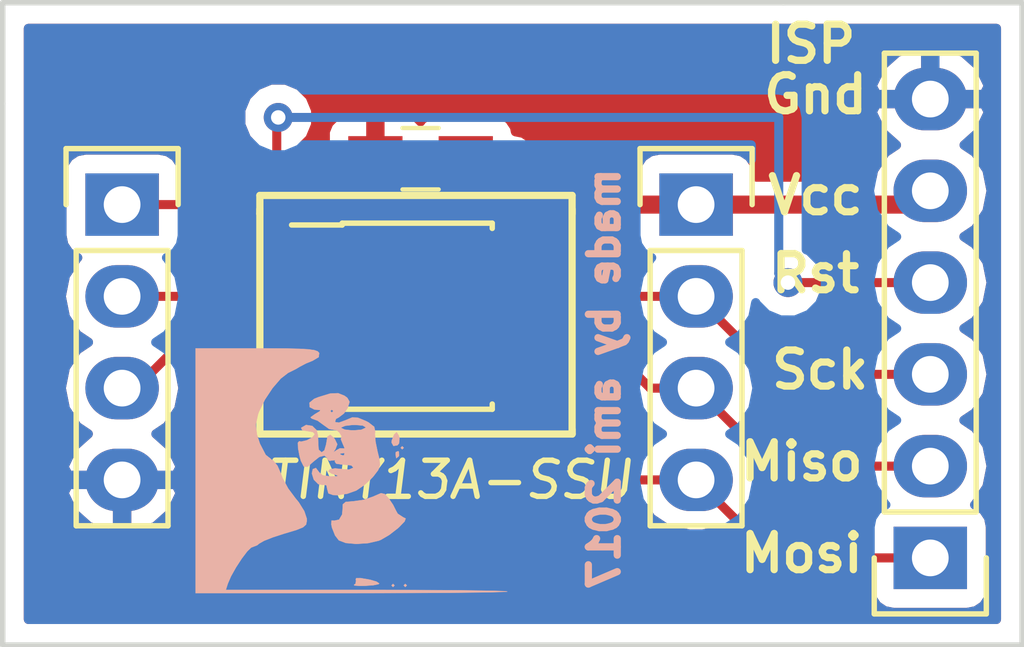
<source format=kicad_pcb>
(kicad_pcb (version 20160815) (host pcbnew "(2017-01-24 revision 0b6147e)-makepkg")

  (general
    (links 16)
    (no_connects 0)
    (area 119.558999 83.490999 149.8095 101.421001)
    (thickness 1.6)
    (drawings 21)
    (tracks 38)
    (zones 0)
    (modules 6)
    (nets 9)
  )

  (page A4)
  (title_block
    (title "attiny13a breakout board")
    (date 2017-01-29)
    (rev 0.1)
    (company "Amitesh Singh")
  )

  (layers
    (0 F.Cu signal)
    (31 B.Cu signal)
    (32 B.Adhes user)
    (33 F.Adhes user)
    (34 B.Paste user)
    (35 F.Paste user)
    (36 B.SilkS user)
    (37 F.SilkS user)
    (38 B.Mask user)
    (39 F.Mask user)
    (40 Dwgs.User user)
    (41 Cmts.User user)
    (42 Eco1.User user)
    (43 Eco2.User user)
    (44 Edge.Cuts user)
    (45 Margin user)
    (46 B.CrtYd user)
    (47 F.CrtYd user)
    (48 B.Fab user)
    (49 F.Fab user)
  )

  (setup
    (last_trace_width 0.25)
    (trace_clearance 0.2)
    (zone_clearance 0.508)
    (zone_45_only no)
    (trace_min 0.2)
    (segment_width 0.2)
    (edge_width 0.15)
    (via_size 0.8)
    (via_drill 0.4)
    (via_min_size 0.4)
    (via_min_drill 0.3)
    (uvia_size 0.3)
    (uvia_drill 0.1)
    (uvias_allowed no)
    (uvia_min_size 0.2)
    (uvia_min_drill 0.1)
    (pcb_text_width 0.3)
    (pcb_text_size 1.5 1.5)
    (mod_edge_width 0.15)
    (mod_text_size 1 1)
    (mod_text_width 0.15)
    (pad_size 1.524 1.524)
    (pad_drill 0.762)
    (pad_to_mask_clearance 0.2)
    (aux_axis_origin 0 0)
    (visible_elements 7FFFFFFF)
    (pcbplotparams
      (layerselection 0x00030_ffffffff)
      (usegerberextensions false)
      (excludeedgelayer true)
      (linewidth 0.100000)
      (plotframeref false)
      (viasonmask false)
      (mode 1)
      (useauxorigin false)
      (hpglpennumber 1)
      (hpglpenspeed 20)
      (hpglpendiameter 15)
      (psnegative false)
      (psa4output false)
      (plotreference true)
      (plotvalue true)
      (plotinvisibletext false)
      (padsonsilk false)
      (subtractmaskfromsilk false)
      (outputformat 1)
      (mirror false)
      (drillshape 1)
      (scaleselection 1)
      (outputdirectory ""))
  )

  (net 0 "")
  (net 1 GND)
  (net 2 VCC)
  (net 3 /pb0)
  (net 4 /pb1)
  (net 5 /pb2)
  (net 6 /rst)
  (net 7 /pb3)
  (net 8 /pb4)

  (net_class Default "This is the default net class."
    (clearance 0.2)
    (trace_width 0.25)
    (via_dia 0.8)
    (via_drill 0.4)
    (uvia_dia 0.3)
    (uvia_drill 0.1)
    (add_net /pb0)
    (add_net /pb1)
    (add_net /pb2)
    (add_net /pb3)
    (add_net /pb4)
    (add_net /rst)
  )

  (net_class power ""
    (clearance 0.4)
    (trace_width 0.5)
    (via_dia 0.8)
    (via_drill 0.4)
    (uvia_dia 0.3)
    (uvia_drill 0.1)
    (add_net GND)
    (add_net VCC)
  )

  (module Housings_SOIC:SOIC-8_3.9x4.9mm_Pitch1.27mm (layer F.Cu) (tedit 588DAC91) (tstamp 588CFC84)
    (at 131.098143 92.2435)
    (descr "8-Lead Plastic Small Outline (SN) - Narrow, 3.90 mm Body [SOIC] (see Microchip Packaging Specification 00000049BS.pdf)")
    (tags "SOIC 1.27")
    (path /588CF45A)
    (attr smd)
    (fp_text reference U1 (at 0 -3.5) (layer F.SilkS) hide
      (effects (font (size 1 1) (thickness 0.15)))
    )
    (fp_text value ATTINY13A-SSU (at 0.092857 4.5305) (layer F.SilkS)
      (effects (font (size 1 1) (thickness 0.15) italic))
    )
    (fp_line (start -2.075 -2.525) (end -3.475 -2.525) (layer F.SilkS) (width 0.15))
    (fp_line (start -2.075 2.575) (end 2.075 2.575) (layer F.SilkS) (width 0.15))
    (fp_line (start -2.075 -2.575) (end 2.075 -2.575) (layer F.SilkS) (width 0.15))
    (fp_line (start -2.075 2.575) (end -2.075 2.43) (layer F.SilkS) (width 0.15))
    (fp_line (start 2.075 2.575) (end 2.075 2.43) (layer F.SilkS) (width 0.15))
    (fp_line (start 2.075 -2.575) (end 2.075 -2.43) (layer F.SilkS) (width 0.15))
    (fp_line (start -2.075 -2.575) (end -2.075 -2.525) (layer F.SilkS) (width 0.15))
    (fp_line (start -3.75 2.75) (end 3.75 2.75) (layer F.CrtYd) (width 0.05))
    (fp_line (start -3.75 -2.75) (end 3.75 -2.75) (layer F.CrtYd) (width 0.05))
    (fp_line (start 3.75 -2.75) (end 3.75 2.75) (layer F.CrtYd) (width 0.05))
    (fp_line (start -3.75 -2.75) (end -3.75 2.75) (layer F.CrtYd) (width 0.05))
    (fp_line (start -1.95 -1.45) (end -0.95 -2.45) (layer F.Fab) (width 0.15))
    (fp_line (start -1.95 2.45) (end -1.95 -1.45) (layer F.Fab) (width 0.15))
    (fp_line (start 1.95 2.45) (end -1.95 2.45) (layer F.Fab) (width 0.15))
    (fp_line (start 1.95 -2.45) (end 1.95 2.45) (layer F.Fab) (width 0.15))
    (fp_line (start -0.95 -2.45) (end 1.95 -2.45) (layer F.Fab) (width 0.15))
    (pad 8 smd rect (at 2.7 -1.905) (size 1.55 0.6) (layers F.Cu F.Paste F.Mask)
      (net 2 VCC))
    (pad 7 smd rect (at 2.7 -0.635) (size 1.55 0.6) (layers F.Cu F.Paste F.Mask)
      (net 5 /pb2))
    (pad 6 smd rect (at 2.7 0.635) (size 1.55 0.6) (layers F.Cu F.Paste F.Mask)
      (net 4 /pb1))
    (pad 5 smd rect (at 2.7 1.905) (size 1.55 0.6) (layers F.Cu F.Paste F.Mask)
      (net 3 /pb0))
    (pad 4 smd rect (at -2.7 1.905) (size 1.55 0.6) (layers F.Cu F.Paste F.Mask)
      (net 1 GND))
    (pad 3 smd rect (at -2.7 0.635) (size 1.55 0.6) (layers F.Cu F.Paste F.Mask)
      (net 8 /pb4))
    (pad 2 smd rect (at -2.7 -0.635) (size 1.55 0.6) (layers F.Cu F.Paste F.Mask)
      (net 7 /pb3))
    (pad 1 smd rect (at -2.7 -1.905) (size 1.55 0.6) (layers F.Cu F.Paste F.Mask)
      (net 6 /rst))
    (model Housings_SOIC.3dshapes/SOIC-8_3.9x4.9mm_Pitch1.27mm.wrl
      (at (xyz 0 0 0))
      (scale (xyz 1 1 1))
      (rotate (xyz 0 0 0))
    )
  )

  (module Capacitors_SMD:C_0805_HandSoldering (layer F.Cu) (tedit 588D0812) (tstamp 588CFC5E)
    (at 131.191 87.884 180)
    (descr "Capacitor SMD 0805, hand soldering")
    (tags "capacitor 0805")
    (path /588CF848)
    (attr smd)
    (fp_text reference C1 (at -3.556 0 180) (layer F.SilkS) hide
      (effects (font (size 1 1) (thickness 0.15)))
    )
    (fp_text value C (at 0 2.1 180) (layer F.Fab) hide
      (effects (font (size 1 1) (thickness 0.15)))
    )
    (fp_line (start -0.5 0.85) (end 0.5 0.85) (layer F.SilkS) (width 0.12))
    (fp_line (start 0.5 -0.85) (end -0.5 -0.85) (layer F.SilkS) (width 0.12))
    (fp_line (start 2.3 -1) (end 2.3 1) (layer F.CrtYd) (width 0.05))
    (fp_line (start -2.3 -1) (end -2.3 1) (layer F.CrtYd) (width 0.05))
    (fp_line (start -2.3 1) (end 2.3 1) (layer F.CrtYd) (width 0.05))
    (fp_line (start -2.3 -1) (end 2.3 -1) (layer F.CrtYd) (width 0.05))
    (fp_line (start -1 -0.625) (end 1 -0.625) (layer F.Fab) (width 0.1))
    (fp_line (start 1 -0.625) (end 1 0.625) (layer F.Fab) (width 0.1))
    (fp_line (start 1 0.625) (end -1 0.625) (layer F.Fab) (width 0.1))
    (fp_line (start -1 0.625) (end -1 -0.625) (layer F.Fab) (width 0.1))
    (pad 2 smd rect (at 1.25 0 180) (size 1.5 1.25) (layers F.Cu F.Paste F.Mask)
      (net 1 GND))
    (pad 1 smd rect (at -1.25 0 180) (size 1.5 1.25) (layers F.Cu F.Paste F.Mask)
      (net 2 VCC))
    (model Capacitors_SMD.3dshapes/C_0805_HandSoldering.wrl
      (at (xyz 0 0 0))
      (scale (xyz 1 1 1))
      (rotate (xyz 0 0 0))
    )
  )

  (module Socket_Strips:Socket_Strip_Straight_1x04 (layer F.Cu) (tedit 588DB941) (tstamp 588CFC66)
    (at 138.811 89.154 270)
    (descr "Through hole socket strip")
    (tags "socket strip")
    (path /588CF4EE)
    (fp_text reference P1 (at -4.572 -6.604) (layer F.SilkS) hide
      (effects (font (size 1 1) (thickness 0.15)))
    )
    (fp_text value CONN_01X04 (at -1.905 2.413) (layer F.Fab) hide
      (effects (font (size 1 1) (thickness 0.15)))
    )
    (fp_line (start -1.55 -1.55) (end -1.55 1.55) (layer F.SilkS) (width 0.15))
    (fp_line (start 0 -1.55) (end -1.55 -1.55) (layer F.SilkS) (width 0.15))
    (fp_line (start 1.27 1.27) (end 1.27 -1.27) (layer F.SilkS) (width 0.15))
    (fp_line (start 8.89 -1.27) (end 8.89 1.27) (layer F.SilkS) (width 0.15))
    (fp_line (start -1.55 1.55) (end 0 1.55) (layer F.SilkS) (width 0.15))
    (fp_line (start 1.27 1.27) (end 8.89 1.27) (layer F.SilkS) (width 0.15))
    (fp_line (start 1.27 -1.27) (end 8.89 -1.27) (layer F.SilkS) (width 0.15))
    (fp_line (start -1.75 1.75) (end 9.4 1.75) (layer F.CrtYd) (width 0.05))
    (fp_line (start -1.75 -1.75) (end 9.4 -1.75) (layer F.CrtYd) (width 0.05))
    (fp_line (start 9.4 -1.75) (end 9.4 1.75) (layer F.CrtYd) (width 0.05))
    (fp_line (start -1.75 -1.75) (end -1.75 1.75) (layer F.CrtYd) (width 0.05))
    (pad 4 thru_hole oval (at 7.62 0 270) (size 1.7272 2.032) (drill 1.016) (layers *.Cu *.Mask)
      (net 3 /pb0))
    (pad 3 thru_hole oval (at 5.08 0 270) (size 1.7272 2.032) (drill 1.016) (layers *.Cu *.Mask)
      (net 4 /pb1))
    (pad 2 thru_hole oval (at 2.54 0 270) (size 1.7272 2.032) (drill 1.016) (layers *.Cu *.Mask)
      (net 5 /pb2))
    (pad 1 thru_hole rect (at 0 0 270) (size 1.7272 2.032) (drill 1.016) (layers *.Cu *.Mask)
      (net 2 VCC))
    (model Socket_Strips.3dshapes/Socket_Strip_Straight_1x04.wrl
      (at (xyz 0.15 0 0))
      (scale (xyz 1 1 1))
      (rotate (xyz 0 0 180))
    )
  )

  (module Socket_Strips:Socket_Strip_Straight_1x04 (layer F.Cu) (tedit 588D07F3) (tstamp 588CFC6E)
    (at 122.936 89.154 270)
    (descr "Through hole socket strip")
    (tags "socket strip")
    (path /588CF56F)
    (fp_text reference P2 (at 0 -5.1 270) (layer F.SilkS) hide
      (effects (font (size 1 1) (thickness 0.15)))
    )
    (fp_text value CONN_01X04 (at -3.048 -2.667) (layer F.Fab) hide
      (effects (font (size 1 1) (thickness 0.15)))
    )
    (fp_line (start -1.75 -1.75) (end -1.75 1.75) (layer F.CrtYd) (width 0.05))
    (fp_line (start 9.4 -1.75) (end 9.4 1.75) (layer F.CrtYd) (width 0.05))
    (fp_line (start -1.75 -1.75) (end 9.4 -1.75) (layer F.CrtYd) (width 0.05))
    (fp_line (start -1.75 1.75) (end 9.4 1.75) (layer F.CrtYd) (width 0.05))
    (fp_line (start 1.27 -1.27) (end 8.89 -1.27) (layer F.SilkS) (width 0.15))
    (fp_line (start 1.27 1.27) (end 8.89 1.27) (layer F.SilkS) (width 0.15))
    (fp_line (start -1.55 1.55) (end 0 1.55) (layer F.SilkS) (width 0.15))
    (fp_line (start 8.89 -1.27) (end 8.89 1.27) (layer F.SilkS) (width 0.15))
    (fp_line (start 1.27 1.27) (end 1.27 -1.27) (layer F.SilkS) (width 0.15))
    (fp_line (start 0 -1.55) (end -1.55 -1.55) (layer F.SilkS) (width 0.15))
    (fp_line (start -1.55 -1.55) (end -1.55 1.55) (layer F.SilkS) (width 0.15))
    (pad 1 thru_hole rect (at 0 0 270) (size 1.7272 2.032) (drill 1.016) (layers *.Cu *.Mask)
      (net 6 /rst))
    (pad 2 thru_hole oval (at 2.54 0 270) (size 1.7272 2.032) (drill 1.016) (layers *.Cu *.Mask)
      (net 7 /pb3))
    (pad 3 thru_hole oval (at 5.08 0 270) (size 1.7272 2.032) (drill 1.016) (layers *.Cu *.Mask)
      (net 8 /pb4))
    (pad 4 thru_hole oval (at 7.62 0 270) (size 1.7272 2.032) (drill 1.016) (layers *.Cu *.Mask)
      (net 1 GND))
    (model Socket_Strips.3dshapes/Socket_Strip_Straight_1x04.wrl
      (at (xyz 0.15 0 0))
      (scale (xyz 1 1 1))
      (rotate (xyz 0 0 180))
    )
  )

  (module Socket_Strips:Socket_Strip_Straight_1x06 (layer F.Cu) (tedit 588DB922) (tstamp 588CFC78)
    (at 145.288 98.933 90)
    (descr "Through hole socket strip")
    (tags "socket strip")
    (path /588D05F2)
    (fp_text reference P3 (at 0 -6.604 180) (layer F.SilkS) hide
      (effects (font (size 1 1) (thickness 0.15)))
    )
    (fp_text value CONN_01X06 (at 3.048 3.429 90) (layer F.Fab) hide
      (effects (font (size 1 1) (thickness 0.15)))
    )
    (fp_line (start -1.55 -1.55) (end -1.55 1.55) (layer F.SilkS) (width 0.15))
    (fp_line (start 0 -1.55) (end -1.55 -1.55) (layer F.SilkS) (width 0.15))
    (fp_line (start 1.27 1.27) (end 1.27 -1.27) (layer F.SilkS) (width 0.15))
    (fp_line (start -1.55 1.55) (end 0 1.55) (layer F.SilkS) (width 0.15))
    (fp_line (start 13.97 -1.27) (end 1.27 -1.27) (layer F.SilkS) (width 0.15))
    (fp_line (start 13.97 1.27) (end 13.97 -1.27) (layer F.SilkS) (width 0.15))
    (fp_line (start 1.27 1.27) (end 13.97 1.27) (layer F.SilkS) (width 0.15))
    (fp_line (start -1.75 1.75) (end 14.45 1.75) (layer F.CrtYd) (width 0.05))
    (fp_line (start -1.75 -1.75) (end 14.45 -1.75) (layer F.CrtYd) (width 0.05))
    (fp_line (start 14.45 -1.75) (end 14.45 1.75) (layer F.CrtYd) (width 0.05))
    (fp_line (start -1.75 -1.75) (end -1.75 1.75) (layer F.CrtYd) (width 0.05))
    (pad 6 thru_hole oval (at 12.7 0 90) (size 1.7272 2.032) (drill 1.016) (layers *.Cu *.Mask)
      (net 1 GND))
    (pad 5 thru_hole oval (at 10.16 0 90) (size 1.7272 2.032) (drill 1.016) (layers *.Cu *.Mask)
      (net 2 VCC))
    (pad 4 thru_hole oval (at 7.62 0 90) (size 1.7272 2.032) (drill 1.016) (layers *.Cu *.Mask)
      (net 6 /rst))
    (pad 3 thru_hole oval (at 5.08 0 90) (size 1.7272 2.032) (drill 1.016) (layers *.Cu *.Mask)
      (net 5 /pb2))
    (pad 2 thru_hole oval (at 2.54 0 90) (size 1.7272 2.032) (drill 1.016) (layers *.Cu *.Mask)
      (net 4 /pb1))
    (pad 1 thru_hole rect (at 0 0 90) (size 1.7272 2.032) (drill 1.016) (layers *.Cu *.Mask)
      (net 3 /pb0))
    (model Socket_Strips.3dshapes/Socket_Strip_Straight_1x06.wrl
      (at (xyz 0.25 0 0))
      (scale (xyz 1 1 1))
      (rotate (xyz 0 0 180))
    )
  )

  (module led2layer:superme (layer B.Cu) (tedit 588DAC38) (tstamp 588D0248)
    (at 129.286 96.52 180)
    (fp_text reference G*** (at 0 0 180) (layer B.SilkS) hide
      (effects (font (thickness 0.3)) (justify mirror))
    )
    (fp_text value "made by ami 2017" (at -6.985 2.54 270) (layer B.SilkS)
      (effects (font (size 0.8 0.8) (thickness 0.2)) (justify mirror))
    )
    (fp_poly (pts (xy -1.174848 1.001932) (xy -1.108553 0.835263) (xy -1.101964 0.783166) (xy -1.154454 0.687075)
      (xy -1.261268 0.703585) (xy -1.307612 0.754359) (xy -1.321651 0.891512) (xy -1.300826 0.973125)
      (xy -1.241858 1.063868) (xy -1.174848 1.001932)) (layer B.SilkS) (width 0.01))
    (fp_poly (pts (xy -1.354667 0.635) (xy -1.397 0.592666) (xy -1.439334 0.635) (xy -1.397 0.677333)
      (xy -1.354667 0.635)) (layer B.SilkS) (width 0.01))
    (fp_poly (pts (xy -1.222468 0.515682) (xy -1.213556 0.461942) (xy -1.232025 0.346905) (xy -1.293325 0.393625)
      (xy -1.308718 0.417483) (xy -1.304455 0.524221) (xy -1.285493 0.540758) (xy -1.222468 0.515682)) (layer B.SilkS) (width 0.01))
    (fp_poly (pts (xy 0.599715 2.134372) (xy 0.911081 2.038929) (xy 1.037166 1.989426) (xy 1.167461 1.881387)
      (xy 1.162036 1.761872) (xy 1.029634 1.692658) (xy 0.994833 1.690333) (xy 0.868566 1.682959)
      (xy 0.880286 1.647657) (xy 1.016 1.566333) (xy 1.137143 1.47808) (xy 1.103782 1.442679)
      (xy 1.095464 1.442333) (xy 0.94105 1.385676) (xy 0.776868 1.26568) (xy 0.623349 1.156396)
      (xy 0.516497 1.137748) (xy 0.409623 1.120328) (xy 0.337892 1.057401) (xy 0.276273 0.955299)
      (xy 0.288945 0.931333) (xy 0.297454 0.868359) (xy 0.24551 0.740833) (xy 0.194676 0.622351)
      (xy 0.213574 0.613099) (xy 0.325194 0.619887) (xy 0.415543 0.570765) (xy 0.505205 0.50776)
      (xy 0.476141 0.560746) (xy 0.4515 0.592907) (xy 0.398848 0.731912) (xy 0.471792 0.883059)
      (xy 0.591547 0.994178) (xy 0.669689 0.941895) (xy 0.707091 0.725624) (xy 0.707114 0.725223)
      (xy 0.75408 0.563375) (xy 0.831881 0.50806) (xy 0.913935 0.581838) (xy 0.925563 0.740833)
      (xy 0.934117 0.971933) (xy 0.970574 1.121833) (xy 1.09131 1.239379) (xy 1.260868 1.266013)
      (xy 1.394579 1.189125) (xy 1.397 1.185333) (xy 1.367024 1.122551) (xy 1.232663 1.100666)
      (xy 1.071188 1.071386) (xy 1.016 1.013272) (xy 1.085663 0.923804) (xy 1.239987 0.84161)
      (xy 1.396976 0.803943) (xy 1.45309 0.814692) (xy 1.487392 0.774007) (xy 1.481946 0.620595)
      (xy 1.441314 0.40516) (xy 1.404521 0.275166) (xy 1.325172 0.117043) (xy 1.219304 0.110291)
      (xy 1.059049 0.253209) (xy 1.058333 0.254) (xy 0.896313 0.383263) (xy 0.75405 0.420317)
      (xy 0.679782 0.355588) (xy 0.677333 0.329608) (xy 0.615403 0.273913) (xy 0.545935 0.286305)
      (xy 0.458536 0.292222) (xy 0.466266 0.25303) (xy 0.429348 0.196794) (xy 0.25794 0.170137)
      (xy 0.211666 0.169333) (xy 0.009146 0.148731) (xy -0.044548 0.090596) (xy -0.03927 0.07971)
      (xy 0.077479 0.030202) (xy 0.259994 0.04365) (xy 0.461311 0.06376) (xy 0.600186 0.038595)
      (xy 0.644412 -0.013937) (xy 0.561786 -0.075929) (xy 0.507146 -0.093778) (xy 0.381749 -0.13362)
      (xy 0.403153 -0.152254) (xy 0.574157 -0.160894) (xy 0.804189 -0.128672) (xy 0.900715 -0.042334)
      (xy 0.991026 0.075065) (xy 1.075142 0.043102) (xy 1.100666 -0.0743) (xy 1.047241 -0.246943)
      (xy 0.924174 -0.370553) (xy 0.787281 -0.393643) (xy 0.765708 -0.383292) (xy 0.695404 -0.40585)
      (xy 0.677333 -0.503003) (xy 0.643188 -0.626095) (xy 0.510212 -0.672918) (xy 0.402166 -0.676812)
      (xy 0.121918 -0.635573) (xy -0.127 -0.546757) (xy -0.353951 -0.391646) (xy -0.576503 -0.181687)
      (xy -0.602339 -0.151756) (xy -0.731681 0.017739) (xy -0.780609 0.157721) (xy -0.761236 0.340022)
      (xy -0.726476 0.479778) (xy 0.197555 0.479778) (xy 0.209177 0.429443) (xy 0.254 0.423333)
      (xy 0.32369 0.454311) (xy 0.310444 0.479778) (xy 0.209964 0.489911) (xy 0.197555 0.479778)
      (xy -0.726476 0.479778) (xy -0.715968 0.522022) (xy -0.660159 0.792024) (xy -0.640938 1.01317)
      (xy -0.64793 1.082036) (xy -0.62543 1.204114) (xy -0.386331 1.204114) (xy -0.381486 1.186119)
      (xy -0.270983 1.135403) (xy -0.061435 1.114251) (xy 0.001014 1.115195) (xy 0.198078 1.138974)
      (xy 0.289154 1.182671) (xy 0.287839 1.199076) (xy 0.182833 1.244031) (xy -0.02455 1.268502)
      (xy -0.094661 1.27) (xy -0.305222 1.252056) (xy -0.386331 1.204114) (xy -0.62543 1.204114)
      (xy -0.623635 1.21385) (xy -0.460956 1.339383) (xy -0.382569 1.379201) (xy -0.167508 1.467551)
      (xy -0.013347 1.473249) (xy 0.165174 1.399149) (xy 0.168093 1.397641) (xy 0.35354 1.329977)
      (xy 0.459959 1.345811) (xy 0.462091 1.348881) (xy 0.436878 1.434438) (xy 0.361062 1.475443)
      (xy 0.215341 1.584564) (xy 0.170875 1.651) (xy 0.508 1.651) (xy 0.550333 1.608666)
      (xy 0.592666 1.651) (xy 0.550333 1.693333) (xy 0.508 1.651) (xy 0.170875 1.651)
      (xy 0.112621 1.738035) (xy 0.059154 1.907252) (xy 0.121908 2.017901) (xy 0.201843 2.075683)
      (xy 0.377058 2.145203) (xy 0.599715 2.134372)) (layer B.SilkS) (width 0.01))
    (fp_poly (pts (xy -0.638427 -0.696059) (xy -0.610657 -0.710364) (xy -0.333584 -0.806884) (xy -0.041216 -0.846667)
      (xy 0.165659 -0.864221) (xy 0.244082 -0.930096) (xy 0.246309 -0.994834) (xy 0.262332 -1.209076)
      (xy 0.348042 -1.354723) (xy 0.473778 -1.382126) (xy 0.476974 -1.380945) (xy 0.557863 -1.379531)
      (xy 0.562261 -1.490911) (xy 0.544479 -1.576791) (xy 0.458654 -1.791871) (xy 0.354662 -1.926167)
      (xy 0.162109 -1.999354) (xy -0.12816 -2.025034) (xy -0.45155 -2.003951) (xy -0.743462 -1.936849)
      (xy -0.804334 -1.912802) (xy -1.037774 -1.776617) (xy -1.27972 -1.589056) (xy -1.312334 -1.559029)
      (xy -1.462258 -1.403416) (xy -1.492103 -1.322867) (xy -1.422145 -1.288472) (xy -1.272339 -1.190234)
      (xy -1.230246 -1.116392) (xy -1.144008 -0.944686) (xy -1.028387 -0.773864) (xy -0.914312 -0.645319)
      (xy -0.808973 -0.623131) (xy -0.638427 -0.696059)) (layer B.SilkS) (width 0.01))
    (fp_poly (pts (xy -0.123116 -2.973568) (xy -0.112531 -3.02262) (xy -0.122531 -3.040769) (xy -0.10438 -3.132843)
      (xy -0.064028 -3.156069) (xy -0.075412 -3.175931) (xy -0.220909 -3.185308) (xy -0.359317 -3.184467)
      (xy -0.59383 -3.168927) (xy -0.738789 -3.140046) (xy -0.761484 -3.122084) (xy -0.688705 -3.071024)
      (xy -0.511422 -3.019125) (xy -0.497417 -3.01625) (xy -0.242246 -2.972044) (xy -0.123116 -2.973568)) (layer B.SilkS) (width 0.01))
    (fp_poly (pts (xy -1.100667 -3.175) (xy -1.143 -3.217334) (xy -1.185334 -3.175) (xy -1.143 -3.132667)
      (xy -1.100667 -3.175)) (layer B.SilkS) (width 0.01))
    (fp_poly (pts (xy -1.439334 -3.175) (xy -1.481667 -3.217334) (xy -1.524 -3.175) (xy -1.481667 -3.132667)
      (xy -1.439334 -3.175)) (layer B.SilkS) (width 0.01))
    (fp_poly (pts (xy 4.318 -3.386667) (xy -0.014112 -3.386667) (xy -0.85098 -3.385848) (xy -1.632976 -3.383496)
      (xy -2.344464 -3.37977) (xy -2.969807 -3.374827) (xy -3.493371 -3.368825) (xy -3.899518 -3.361923)
      (xy -4.172613 -3.354279) (xy -4.297021 -3.34605) (xy -4.302872 -3.343316) (xy -4.211925 -3.334447)
      (xy -3.968661 -3.326199) (xy -3.590095 -3.318758) (xy -3.093242 -3.312313) (xy -2.495118 -3.307049)
      (xy -1.812737 -3.303156) (xy -1.063115 -3.30082) (xy -0.388637 -3.300199) (xy 3.482246 -3.300432)
      (xy 3.426447 -3.124624) (xy 3.33836 -2.921254) (xy 3.19991 -2.674949) (xy 3.040775 -2.430322)
      (xy 2.890634 -2.231989) (xy 2.779164 -2.124563) (xy 2.755944 -2.116667) (xy 2.615922 -2.062118)
      (xy 2.553992 -2.012126) (xy 2.424906 -1.938697) (xy 2.181789 -1.842314) (xy 1.874531 -1.742508)
      (xy 1.838558 -1.732044) (xy 1.527171 -1.638355) (xy 1.346147 -1.564754) (xy 1.262095 -1.488226)
      (xy 1.241621 -1.385758) (xy 1.244432 -1.322552) (xy 1.311817 -1.119249) (xy 1.464825 -0.873366)
      (xy 1.556956 -0.76123) (xy 1.75631 -0.493924) (xy 1.914345 -0.201321) (xy 1.955278 -0.091535)
      (xy 2.051101 0.132736) (xy 2.165889 0.277111) (xy 2.200698 0.296132) (xy 2.379044 0.439029)
      (xy 2.538287 0.746089) (xy 2.622211 1.002439) (xy 2.656289 1.272941) (xy 2.5907 1.566551)
      (xy 2.564276 1.637439) (xy 2.402392 1.96713) (xy 2.189727 2.287811) (xy 1.962933 2.551272)
      (xy 1.758662 2.709306) (xy 1.744278 2.716) (xy 1.540879 2.817728) (xy 1.439333 2.878515)
      (xy 1.264743 2.970376) (xy 1.081117 3.04534) (xy 0.91349 3.145121) (xy 0.899675 3.256956)
      (xy 0.938361 3.301971) (xy 1.029329 3.335469) (xy 1.194012 3.359052) (xy 1.453843 3.374324)
      (xy 1.830254 3.382888) (xy 2.344679 3.386348) (xy 2.633725 3.386666) (xy 4.318 3.386666)
      (xy 4.318 -3.386667)) (layer B.SilkS) (width 0.01))
  )

  (gr_text Gnd (at 142.113 86.106) (layer F.SilkS) (tstamp 588DB8D6)
    (effects (font (size 1 1) (thickness 0.2)))
  )
  (gr_text Vcc (at 142.113 88.9) (layer F.SilkS) (tstamp 588DB8BD)
    (effects (font (size 1 1) (thickness 0.2)))
  )
  (gr_text Rst (at 142.113 91.059) (layer F.SilkS) (tstamp 588DB8B4)
    (effects (font (size 1 1) (thickness 0.2)))
  )
  (gr_text Sck (at 142.24 93.726) (layer F.SilkS) (tstamp 588DB8AF)
    (effects (font (size 1 1) (thickness 0.2)))
  )
  (gr_text Miso (at 141.732 96.266) (layer F.SilkS) (tstamp 588DB880)
    (effects (font (size 1 1) (thickness 0.2)))
  )
  (gr_text Mosi (at 141.732 98.806) (layer F.SilkS)
    (effects (font (size 1 1) (thickness 0.2)))
  )
  (gr_text ISP (at 141.986 84.709) (layer F.SilkS)
    (effects (font (size 1 1) (thickness 0.2)))
  )
  (gr_line (start 135.382 88.9) (end 135.382 89.408) (angle 90) (layer F.SilkS) (width 0.2))
  (gr_line (start 126.746 88.9) (end 135.382 88.9) (angle 90) (layer F.SilkS) (width 0.2))
  (gr_line (start 126.746 89.408) (end 126.746 88.9) (angle 90) (layer F.SilkS) (width 0.2))
  (gr_line (start 135.382 95.504) (end 135.382 95.377) (angle 90) (layer F.SilkS) (width 0.2))
  (gr_line (start 126.746 95.504) (end 135.382 95.504) (angle 90) (layer F.SilkS) (width 0.2))
  (gr_line (start 126.746 89.281) (end 126.746 89.408) (angle 90) (layer F.SilkS) (width 0.2))
  (gr_line (start 135.382 95.504) (end 135.382 89.281) (angle 90) (layer F.SilkS) (width 0.2))
  (gr_line (start 126.746 89.408) (end 126.746 95.504) (angle 90) (layer F.SilkS) (width 0.2))
  (gr_line (start 119.634 83.566) (end 141.224 83.566) (angle 90) (layer Edge.Cuts) (width 0.15))
  (gr_line (start 119.634 86.36) (end 119.634 83.566) (angle 90) (layer Edge.Cuts) (width 0.15))
  (gr_line (start 119.634 101.346) (end 119.634 86.36) (angle 90) (layer Edge.Cuts) (width 0.15))
  (gr_line (start 147.828 101.346) (end 119.634 101.346) (angle 90) (layer Edge.Cuts) (width 0.15))
  (gr_line (start 147.828 83.566) (end 147.828 101.346) (angle 90) (layer Edge.Cuts) (width 0.15))
  (gr_line (start 141.224 83.566) (end 147.828 83.566) (angle 90) (layer Edge.Cuts) (width 0.15))

  (segment (start 133.798143 89.213857) (end 133.798143 87.943857) (width 0.5) (layer F.Cu) (net 2))
  (segment (start 133.798143 87.943857) (end 133.738286 87.884) (width 0.5) (layer F.Cu) (net 2) (tstamp 588DB6A3))
  (segment (start 133.738286 87.884) (end 132.441 87.884) (width 0.5) (layer F.Cu) (net 2) (tstamp 588DB6A4))
  (segment (start 138.811 89.154) (end 144.907 89.154) (width 0.5) (layer F.Cu) (net 2))
  (segment (start 144.907 89.154) (end 145.288 88.773) (width 0.25) (layer F.Cu) (net 2) (tstamp 588DB517))
  (segment (start 138.811 89.154) (end 144.272 89.154) (width 0.25) (layer F.Cu) (net 2))
  (segment (start 138.811 89.154) (end 133.858 89.154) (width 0.5) (layer F.Cu) (net 2))
  (segment (start 133.858 89.154) (end 133.798143 89.213857) (width 0.5) (layer F.Cu) (net 2) (tstamp 588DB506))
  (segment (start 133.798143 89.213857) (end 133.798143 90.3385) (width 0.5) (layer F.Cu) (net 2) (tstamp 588DB50F))
  (segment (start 145.288 98.933) (end 140.97 98.933) (width 0.25) (layer F.Cu) (net 3))
  (segment (start 140.97 98.933) (end 138.811 96.774) (width 0.25) (layer F.Cu) (net 3) (tstamp 588CFE84))
  (segment (start 138.811 96.774) (end 136.423643 96.774) (width 0.25) (layer F.Cu) (net 3))
  (segment (start 136.423643 96.774) (end 133.798143 94.1485) (width 0.25) (layer F.Cu) (net 3) (tstamp 588CFE49))
  (segment (start 145.288 96.393) (end 140.97 96.393) (width 0.25) (layer F.Cu) (net 4))
  (segment (start 140.97 96.393) (end 138.811 94.234) (width 0.25) (layer F.Cu) (net 4) (tstamp 588CFE80))
  (segment (start 138.811 94.234) (end 137.541 94.234) (width 0.25) (layer F.Cu) (net 4))
  (segment (start 136.1855 92.8785) (end 133.798143 92.8785) (width 0.25) (layer F.Cu) (net 4) (tstamp 588CFE44))
  (segment (start 137.541 94.234) (end 136.1855 92.8785) (width 0.25) (layer F.Cu) (net 4) (tstamp 588CFE3D))
  (segment (start 145.288 93.853) (end 140.97 93.853) (width 0.25) (layer F.Cu) (net 5))
  (segment (start 140.97 93.853) (end 138.811 91.694) (width 0.25) (layer F.Cu) (net 5) (tstamp 588CFE78))
  (segment (start 138.811 91.694) (end 133.883643 91.694) (width 0.25) (layer F.Cu) (net 5))
  (segment (start 133.883643 91.694) (end 133.798143 91.6085) (width 0.25) (layer F.Cu) (net 5) (tstamp 588CFE24))
  (segment (start 145.288 91.313) (end 141.351 91.313) (width 0.25) (layer F.Cu) (net 6))
  (segment (start 127.213643 86.781357) (end 127.213643 89.154) (width 0.25) (layer F.Cu) (net 6) (tstamp 588CFF04))
  (segment (start 127.254 86.741) (end 127.213643 86.781357) (width 0.25) (layer F.Cu) (net 6) (tstamp 588CFF03))
  (via (at 127.254 86.741) (size 0.8) (drill 0.4) (layers F.Cu B.Cu) (net 6))
  (segment (start 128.016 86.741) (end 127.254 86.741) (width 0.25) (layer B.Cu) (net 6) (tstamp 588CFEEB))
  (segment (start 141.097 86.741) (end 128.016 86.741) (width 0.25) (layer B.Cu) (net 6) (tstamp 588CFEE8))
  (segment (start 141.097 91.059) (end 141.097 86.741) (width 0.25) (layer B.Cu) (net 6) (tstamp 588CFEE1))
  (segment (start 141.351 91.313) (end 141.097 91.059) (width 0.25) (layer B.Cu) (net 6) (tstamp 588CFEE0))
  (via (at 141.351 91.313) (size 0.8) (drill 0.4) (layers F.Cu B.Cu) (net 6))
  (segment (start 122.936 89.154) (end 127.213643 89.154) (width 0.25) (layer F.Cu) (net 6))
  (segment (start 127.213643 89.154) (end 128.398143 90.3385) (width 0.25) (layer F.Cu) (net 6) (tstamp 588CFE11))
  (segment (start 122.936 91.694) (end 128.312643 91.694) (width 0.25) (layer F.Cu) (net 7))
  (segment (start 128.312643 91.694) (end 128.398143 91.6085) (width 0.25) (layer F.Cu) (net 7) (tstamp 588CFE0D))
  (segment (start 122.936 94.234) (end 123.317 94.234) (width 0.25) (layer F.Cu) (net 8))
  (segment (start 123.317 94.234) (end 124.6725 92.8785) (width 0.25) (layer F.Cu) (net 8) (tstamp 588CFE00))
  (segment (start 124.6725 92.8785) (end 128.398143 92.8785) (width 0.25) (layer F.Cu) (net 8) (tstamp 588CFE07))

  (zone (net 1) (net_name GND) (layer F.Cu) (tstamp 588D003D) (hatch edge 0.508)
    (connect_pads (clearance 0.508))
    (min_thickness 0.254)
    (fill yes (arc_segments 16) (thermal_gap 0.508) (thermal_bridge_width 0.508))
    (polygon
      (pts
        (xy 147.32 100.838) (xy 120.142 100.838) (xy 120.142 84.074) (xy 147.32 84.074)
      )
    )
    (filled_polygon
      (pts
        (xy 147.118 100.636) (xy 120.344 100.636) (xy 120.344 97.133026) (xy 121.328642 97.133026) (xy 121.331291 97.148791)
        (xy 121.585268 97.676036) (xy 122.02168 98.065954) (xy 122.574087 98.259184) (xy 122.809 98.114924) (xy 122.809 96.901)
        (xy 123.063 96.901) (xy 123.063 98.114924) (xy 123.297913 98.259184) (xy 123.85032 98.065954) (xy 124.286732 97.676036)
        (xy 124.540709 97.148791) (xy 124.543358 97.133026) (xy 124.422217 96.901) (xy 123.063 96.901) (xy 122.809 96.901)
        (xy 121.449783 96.901) (xy 121.328642 97.133026) (xy 120.344 97.133026) (xy 120.344 91.694) (xy 121.252655 91.694)
        (xy 121.366729 92.267489) (xy 121.691585 92.75367) (xy 122.006366 92.964) (xy 121.691585 93.17433) (xy 121.366729 93.660511)
        (xy 121.252655 94.234) (xy 121.366729 94.807489) (xy 121.691585 95.29367) (xy 122.001069 95.500461) (xy 121.585268 95.871964)
        (xy 121.331291 96.399209) (xy 121.328642 96.414974) (xy 121.449783 96.647) (xy 122.809 96.647) (xy 122.809 96.627)
        (xy 123.063 96.627) (xy 123.063 96.647) (xy 124.422217 96.647) (xy 124.543358 96.414974) (xy 124.540709 96.399209)
        (xy 124.286732 95.871964) (xy 123.870931 95.500461) (xy 124.180415 95.29367) (xy 124.505271 94.807489) (xy 124.579512 94.43425)
        (xy 126.988143 94.43425) (xy 126.988143 94.57481) (xy 127.084816 94.808199) (xy 127.263445 94.986827) (xy 127.496834 95.0835)
        (xy 128.112393 95.0835) (xy 128.271143 94.92475) (xy 128.271143 94.2755) (xy 128.525143 94.2755) (xy 128.525143 94.92475)
        (xy 128.683893 95.0835) (xy 129.299452 95.0835) (xy 129.532841 94.986827) (xy 129.71147 94.808199) (xy 129.808143 94.57481)
        (xy 129.808143 94.43425) (xy 129.649393 94.2755) (xy 128.525143 94.2755) (xy 128.271143 94.2755) (xy 127.146893 94.2755)
        (xy 126.988143 94.43425) (xy 124.579512 94.43425) (xy 124.619345 94.234) (xy 124.581593 94.044209) (xy 124.987302 93.6385)
        (xy 127.022809 93.6385) (xy 126.988143 93.72219) (xy 126.988143 93.86275) (xy 127.146893 94.0215) (xy 128.271143 94.0215)
        (xy 128.271143 94.0015) (xy 128.525143 94.0015) (xy 128.525143 94.0215) (xy 129.649393 94.0215) (xy 129.808143 93.86275)
        (xy 129.808143 93.72219) (xy 129.718375 93.505472) (xy 129.7713 93.426265) (xy 129.820583 93.1785) (xy 129.820583 92.5785)
        (xy 129.7713 92.330735) (xy 129.713011 92.2435) (xy 129.7713 92.156265) (xy 129.820583 91.9085) (xy 129.820583 91.3085)
        (xy 129.7713 91.060735) (xy 129.713011 90.9735) (xy 129.7713 90.886265) (xy 129.820583 90.6385) (xy 129.820583 90.0385)
        (xy 129.7713 89.790735) (xy 129.630952 89.580691) (xy 129.420908 89.440343) (xy 129.173143 89.39106) (xy 128.525505 89.39106)
        (xy 127.973643 88.839198) (xy 127.973643 88.16975) (xy 128.556 88.16975) (xy 128.556 88.63531) (xy 128.652673 88.868699)
        (xy 128.831302 89.047327) (xy 129.064691 89.144) (xy 129.65525 89.144) (xy 129.814 88.98525) (xy 129.814 88.011)
        (xy 128.71475 88.011) (xy 128.556 88.16975) (xy 127.973643 88.16975) (xy 127.973643 87.485048) (xy 128.130919 87.328046)
        (xy 128.212037 87.13269) (xy 128.556 87.13269) (xy 128.556 87.59825) (xy 128.71475 87.757) (xy 129.814 87.757)
        (xy 129.814 86.78275) (xy 130.068 86.78275) (xy 130.068 87.757) (xy 130.088 87.757) (xy 130.088 88.011)
        (xy 130.068 88.011) (xy 130.068 88.98525) (xy 130.22675 89.144) (xy 130.817309 89.144) (xy 131.050698 89.047327)
        (xy 131.192346 88.90568) (xy 131.233191 88.966809) (xy 131.443235 89.107157) (xy 131.691 89.15644) (xy 133.038143 89.15644)
        (xy 133.038143 89.39106) (xy 133.023143 89.39106) (xy 132.775378 89.440343) (xy 132.565334 89.580691) (xy 132.424986 89.790735)
        (xy 132.375703 90.0385) (xy 132.375703 90.6385) (xy 132.424986 90.886265) (xy 132.483275 90.9735) (xy 132.424986 91.060735)
        (xy 132.375703 91.3085) (xy 132.375703 91.9085) (xy 132.424986 92.156265) (xy 132.483275 92.2435) (xy 132.424986 92.330735)
        (xy 132.375703 92.5785) (xy 132.375703 93.1785) (xy 132.424986 93.426265) (xy 132.483275 93.5135) (xy 132.424986 93.600735)
        (xy 132.375703 93.8485) (xy 132.375703 94.4485) (xy 132.424986 94.696265) (xy 132.565334 94.906309) (xy 132.775378 95.046657)
        (xy 133.023143 95.09594) (xy 133.670781 95.09594) (xy 135.886242 97.311401) (xy 136.132804 97.476148) (xy 136.423643 97.534)
        (xy 137.366352 97.534) (xy 137.566585 97.83367) (xy 138.052766 98.158526) (xy 138.626255 98.2726) (xy 138.995745 98.2726)
        (xy 139.195137 98.232939) (xy 140.432599 99.470401) (xy 140.679161 99.635148) (xy 140.97 99.693) (xy 143.62456 99.693)
        (xy 143.62456 99.7966) (xy 143.673843 100.044365) (xy 143.814191 100.254409) (xy 144.024235 100.394757) (xy 144.272 100.44404)
        (xy 146.304 100.44404) (xy 146.551765 100.394757) (xy 146.761809 100.254409) (xy 146.902157 100.044365) (xy 146.95144 99.7966)
        (xy 146.95144 98.0694) (xy 146.902157 97.821635) (xy 146.761809 97.611591) (xy 146.551765 97.471243) (xy 146.515434 97.464016)
        (xy 146.532415 97.45267) (xy 146.857271 96.966489) (xy 146.971345 96.393) (xy 146.857271 95.819511) (xy 146.532415 95.33333)
        (xy 146.217634 95.123) (xy 146.532415 94.91267) (xy 146.857271 94.426489) (xy 146.971345 93.853) (xy 146.857271 93.279511)
        (xy 146.532415 92.79333) (xy 146.217634 92.583) (xy 146.532415 92.37267) (xy 146.857271 91.886489) (xy 146.971345 91.313)
        (xy 146.857271 90.739511) (xy 146.532415 90.25333) (xy 146.217634 90.043) (xy 146.532415 89.83267) (xy 146.857271 89.346489)
        (xy 146.971345 88.773) (xy 146.857271 88.199511) (xy 146.532415 87.71333) (xy 146.222931 87.506539) (xy 146.638732 87.135036)
        (xy 146.892709 86.607791) (xy 146.895358 86.592026) (xy 146.774217 86.36) (xy 145.415 86.36) (xy 145.415 86.38)
        (xy 145.161 86.38) (xy 145.161 86.36) (xy 143.801783 86.36) (xy 143.680642 86.592026) (xy 143.683291 86.607791)
        (xy 143.937268 87.135036) (xy 144.353069 87.506539) (xy 144.043585 87.71333) (xy 143.718729 88.199511) (xy 143.680043 88.394)
        (xy 140.47444 88.394) (xy 140.47444 88.2904) (xy 140.425157 88.042635) (xy 140.284809 87.832591) (xy 140.074765 87.692243)
        (xy 139.827 87.64296) (xy 137.795 87.64296) (xy 137.547235 87.692243) (xy 137.337191 87.832591) (xy 137.196843 88.042635)
        (xy 137.14756 88.2904) (xy 137.14756 88.394) (xy 134.558143 88.394) (xy 134.558143 87.943857) (xy 134.500291 87.653018)
        (xy 134.335544 87.406456) (xy 134.275687 87.346599) (xy 134.029125 87.181852) (xy 133.814607 87.139181) (xy 133.789157 87.011235)
        (xy 133.648809 86.801191) (xy 133.438765 86.660843) (xy 133.191 86.61156) (xy 131.691 86.61156) (xy 131.443235 86.660843)
        (xy 131.233191 86.801191) (xy 131.192346 86.86232) (xy 131.050698 86.720673) (xy 130.817309 86.624) (xy 130.22675 86.624)
        (xy 130.068 86.78275) (xy 129.814 86.78275) (xy 129.65525 86.624) (xy 129.064691 86.624) (xy 128.831302 86.720673)
        (xy 128.652673 86.899301) (xy 128.556 87.13269) (xy 128.212037 87.13269) (xy 128.28882 86.947777) (xy 128.289179 86.536029)
        (xy 128.131942 86.155485) (xy 127.850922 85.873974) (xy 143.680642 85.873974) (xy 143.801783 86.106) (xy 145.161 86.106)
        (xy 145.161 84.892076) (xy 145.415 84.892076) (xy 145.415 86.106) (xy 146.774217 86.106) (xy 146.895358 85.873974)
        (xy 146.892709 85.858209) (xy 146.638732 85.330964) (xy 146.20232 84.941046) (xy 145.649913 84.747816) (xy 145.415 84.892076)
        (xy 145.161 84.892076) (xy 144.926087 84.747816) (xy 144.37368 84.941046) (xy 143.937268 85.330964) (xy 143.683291 85.858209)
        (xy 143.680642 85.873974) (xy 127.850922 85.873974) (xy 127.841046 85.864081) (xy 127.460777 85.70618) (xy 127.049029 85.705821)
        (xy 126.668485 85.863058) (xy 126.377081 86.153954) (xy 126.21918 86.534223) (xy 126.218821 86.945971) (xy 126.376058 87.326515)
        (xy 126.453643 87.404235) (xy 126.453643 88.394) (xy 124.59944 88.394) (xy 124.59944 88.2904) (xy 124.550157 88.042635)
        (xy 124.409809 87.832591) (xy 124.199765 87.692243) (xy 123.952 87.64296) (xy 121.92 87.64296) (xy 121.672235 87.692243)
        (xy 121.462191 87.832591) (xy 121.321843 88.042635) (xy 121.27256 88.2904) (xy 121.27256 90.0176) (xy 121.321843 90.265365)
        (xy 121.462191 90.475409) (xy 121.672235 90.615757) (xy 121.708566 90.622984) (xy 121.691585 90.63433) (xy 121.366729 91.120511)
        (xy 121.252655 91.694) (xy 120.344 91.694) (xy 120.344 84.276) (xy 147.118 84.276)
      )
    )
  )
  (zone (net 1) (net_name GND) (layer B.Cu) (tstamp 588D0068) (hatch edge 0.508)
    (connect_pads (clearance 0.508))
    (min_thickness 0.254)
    (fill yes (arc_segments 16) (thermal_gap 0.508) (thermal_bridge_width 0.508))
    (polygon
      (pts
        (xy 147.32 100.838) (xy 120.142 100.838) (xy 120.142 84.074) (xy 147.32 84.074)
      )
    )
    (filled_polygon
      (pts
        (xy 147.118 100.636) (xy 120.344 100.636) (xy 120.344 97.133026) (xy 121.328642 97.133026) (xy 121.331291 97.148791)
        (xy 121.585268 97.676036) (xy 122.02168 98.065954) (xy 122.574087 98.259184) (xy 122.809 98.114924) (xy 122.809 96.901)
        (xy 123.063 96.901) (xy 123.063 98.114924) (xy 123.297913 98.259184) (xy 123.85032 98.065954) (xy 124.286732 97.676036)
        (xy 124.540709 97.148791) (xy 124.543358 97.133026) (xy 124.422217 96.901) (xy 123.063 96.901) (xy 122.809 96.901)
        (xy 121.449783 96.901) (xy 121.328642 97.133026) (xy 120.344 97.133026) (xy 120.344 91.694) (xy 121.252655 91.694)
        (xy 121.366729 92.267489) (xy 121.691585 92.75367) (xy 122.006366 92.964) (xy 121.691585 93.17433) (xy 121.366729 93.660511)
        (xy 121.252655 94.234) (xy 121.366729 94.807489) (xy 121.691585 95.29367) (xy 122.001069 95.500461) (xy 121.585268 95.871964)
        (xy 121.331291 96.399209) (xy 121.328642 96.414974) (xy 121.449783 96.647) (xy 122.809 96.647) (xy 122.809 96.627)
        (xy 123.063 96.627) (xy 123.063 96.647) (xy 124.422217 96.647) (xy 124.543358 96.414974) (xy 124.540709 96.399209)
        (xy 124.286732 95.871964) (xy 123.870931 95.500461) (xy 124.180415 95.29367) (xy 124.505271 94.807489) (xy 124.619345 94.234)
        (xy 124.505271 93.660511) (xy 124.180415 93.17433) (xy 123.865634 92.964) (xy 124.180415 92.75367) (xy 124.505271 92.267489)
        (xy 124.619345 91.694) (xy 124.505271 91.120511) (xy 124.180415 90.63433) (xy 124.163434 90.622984) (xy 124.199765 90.615757)
        (xy 124.409809 90.475409) (xy 124.550157 90.265365) (xy 124.59944 90.0176) (xy 124.59944 88.2904) (xy 124.550157 88.042635)
        (xy 124.409809 87.832591) (xy 124.199765 87.692243) (xy 123.952 87.64296) (xy 121.92 87.64296) (xy 121.672235 87.692243)
        (xy 121.462191 87.832591) (xy 121.321843 88.042635) (xy 121.27256 88.2904) (xy 121.27256 90.0176) (xy 121.321843 90.265365)
        (xy 121.462191 90.475409) (xy 121.672235 90.615757) (xy 121.708566 90.622984) (xy 121.691585 90.63433) (xy 121.366729 91.120511)
        (xy 121.252655 91.694) (xy 120.344 91.694) (xy 120.344 86.945971) (xy 126.218821 86.945971) (xy 126.376058 87.326515)
        (xy 126.666954 87.617919) (xy 127.047223 87.77582) (xy 127.458971 87.776179) (xy 127.839515 87.618942) (xy 127.957663 87.501)
        (xy 140.337 87.501) (xy 140.337 87.9107) (xy 140.284809 87.832591) (xy 140.074765 87.692243) (xy 139.827 87.64296)
        (xy 137.795 87.64296) (xy 137.547235 87.692243) (xy 137.337191 87.832591) (xy 137.196843 88.042635) (xy 137.14756 88.2904)
        (xy 137.14756 90.0176) (xy 137.196843 90.265365) (xy 137.337191 90.475409) (xy 137.547235 90.615757) (xy 137.583566 90.622984)
        (xy 137.566585 90.63433) (xy 137.241729 91.120511) (xy 137.127655 91.694) (xy 137.241729 92.267489) (xy 137.566585 92.75367)
        (xy 137.881366 92.964) (xy 137.566585 93.17433) (xy 137.241729 93.660511) (xy 137.127655 94.234) (xy 137.241729 94.807489)
        (xy 137.566585 95.29367) (xy 137.881366 95.504) (xy 137.566585 95.71433) (xy 137.241729 96.200511) (xy 137.127655 96.774)
        (xy 137.241729 97.347489) (xy 137.566585 97.83367) (xy 138.052766 98.158526) (xy 138.626255 98.2726) (xy 138.995745 98.2726)
        (xy 139.569234 98.158526) (xy 140.055415 97.83367) (xy 140.380271 97.347489) (xy 140.494345 96.774) (xy 140.380271 96.200511)
        (xy 140.055415 95.71433) (xy 139.740634 95.504) (xy 140.055415 95.29367) (xy 140.380271 94.807489) (xy 140.494345 94.234)
        (xy 140.380271 93.660511) (xy 140.055415 93.17433) (xy 139.740634 92.964) (xy 140.055415 92.75367) (xy 140.380271 92.267489)
        (xy 140.459967 91.866832) (xy 140.473058 91.898515) (xy 140.763954 92.189919) (xy 141.144223 92.34782) (xy 141.555971 92.348179)
        (xy 141.936515 92.190942) (xy 142.227919 91.900046) (xy 142.38582 91.519777) (xy 142.386179 91.108029) (xy 142.228942 90.727485)
        (xy 141.938046 90.436081) (xy 141.857 90.402428) (xy 141.857 88.773) (xy 143.604655 88.773) (xy 143.718729 89.346489)
        (xy 144.043585 89.83267) (xy 144.358366 90.043) (xy 144.043585 90.25333) (xy 143.718729 90.739511) (xy 143.604655 91.313)
        (xy 143.718729 91.886489) (xy 144.043585 92.37267) (xy 144.358366 92.583) (xy 144.043585 92.79333) (xy 143.718729 93.279511)
        (xy 143.604655 93.853) (xy 143.718729 94.426489) (xy 144.043585 94.91267) (xy 144.358366 95.123) (xy 144.043585 95.33333)
        (xy 143.718729 95.819511) (xy 143.604655 96.393) (xy 143.718729 96.966489) (xy 144.043585 97.45267) (xy 144.060566 97.464016)
        (xy 144.024235 97.471243) (xy 143.814191 97.611591) (xy 143.673843 97.821635) (xy 143.62456 98.0694) (xy 143.62456 99.7966)
        (xy 143.673843 100.044365) (xy 143.814191 100.254409) (xy 144.024235 100.394757) (xy 144.272 100.44404) (xy 146.304 100.44404)
        (xy 146.551765 100.394757) (xy 146.761809 100.254409) (xy 146.902157 100.044365) (xy 146.95144 99.7966) (xy 146.95144 98.0694)
        (xy 146.902157 97.821635) (xy 146.761809 97.611591) (xy 146.551765 97.471243) (xy 146.515434 97.464016) (xy 146.532415 97.45267)
        (xy 146.857271 96.966489) (xy 146.971345 96.393) (xy 146.857271 95.819511) (xy 146.532415 95.33333) (xy 146.217634 95.123)
        (xy 146.532415 94.91267) (xy 146.857271 94.426489) (xy 146.971345 93.853) (xy 146.857271 93.279511) (xy 146.532415 92.79333)
        (xy 146.217634 92.583) (xy 146.532415 92.37267) (xy 146.857271 91.886489) (xy 146.971345 91.313) (xy 146.857271 90.739511)
        (xy 146.532415 90.25333) (xy 146.217634 90.043) (xy 146.532415 89.83267) (xy 146.857271 89.346489) (xy 146.971345 88.773)
        (xy 146.857271 88.199511) (xy 146.532415 87.71333) (xy 146.222931 87.506539) (xy 146.638732 87.135036) (xy 146.892709 86.607791)
        (xy 146.895358 86.592026) (xy 146.774217 86.36) (xy 145.415 86.36) (xy 145.415 86.38) (xy 145.161 86.38)
        (xy 145.161 86.36) (xy 143.801783 86.36) (xy 143.680642 86.592026) (xy 143.683291 86.607791) (xy 143.937268 87.135036)
        (xy 144.353069 87.506539) (xy 144.043585 87.71333) (xy 143.718729 88.199511) (xy 143.604655 88.773) (xy 141.857 88.773)
        (xy 141.857 86.741) (xy 141.799148 86.450161) (xy 141.634401 86.203599) (xy 141.387839 86.038852) (xy 141.097 85.981)
        (xy 127.957761 85.981) (xy 127.850922 85.873974) (xy 143.680642 85.873974) (xy 143.801783 86.106) (xy 145.161 86.106)
        (xy 145.161 84.892076) (xy 145.415 84.892076) (xy 145.415 86.106) (xy 146.774217 86.106) (xy 146.895358 85.873974)
        (xy 146.892709 85.858209) (xy 146.638732 85.330964) (xy 146.20232 84.941046) (xy 145.649913 84.747816) (xy 145.415 84.892076)
        (xy 145.161 84.892076) (xy 144.926087 84.747816) (xy 144.37368 84.941046) (xy 143.937268 85.330964) (xy 143.683291 85.858209)
        (xy 143.680642 85.873974) (xy 127.850922 85.873974) (xy 127.841046 85.864081) (xy 127.460777 85.70618) (xy 127.049029 85.705821)
        (xy 126.668485 85.863058) (xy 126.377081 86.153954) (xy 126.21918 86.534223) (xy 126.218821 86.945971) (xy 120.344 86.945971)
        (xy 120.344 84.276) (xy 147.118 84.276)
      )
    )
  )
)

</source>
